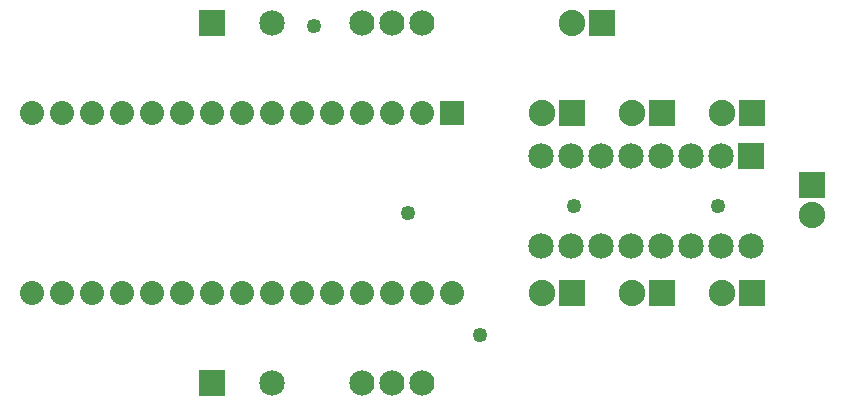
<source format=gbs>
G04 MADE WITH FRITZING*
G04 WWW.FRITZING.ORG*
G04 DOUBLE SIDED*
G04 HOLES PLATED*
G04 CONTOUR ON CENTER OF CONTOUR VECTOR*
%ASAXBY*%
%FSLAX23Y23*%
%MOIN*%
%OFA0B0*%
%SFA1.0B1.0*%
%ADD10C,0.085000*%
%ADD11C,0.080000*%
%ADD12C,0.088000*%
%ADD13C,0.084000*%
%ADD14C,0.049370*%
%ADD15R,0.085000X0.085000*%
%ADD16R,0.080000X0.079972*%
%ADD17R,0.088000X0.088000*%
%LNMASK0*%
G90*
G70*
G54D10*
X2619Y987D03*
X2619Y687D03*
X2519Y987D03*
X2519Y687D03*
X2419Y987D03*
X2419Y687D03*
X2319Y987D03*
X2319Y687D03*
X2219Y987D03*
X2219Y687D03*
X2119Y987D03*
X2119Y687D03*
X2019Y987D03*
X2019Y687D03*
X1919Y987D03*
X1919Y687D03*
G54D11*
X1623Y1132D03*
X1523Y1132D03*
X1423Y1132D03*
X1323Y1132D03*
X1223Y1132D03*
X1123Y1132D03*
X1023Y1132D03*
X923Y1132D03*
X823Y1132D03*
X723Y1132D03*
X623Y1132D03*
X523Y1132D03*
X423Y1132D03*
X323Y1132D03*
X223Y1132D03*
X1623Y532D03*
X1523Y532D03*
X1423Y532D03*
X1323Y532D03*
X1223Y532D03*
X1123Y532D03*
X1023Y532D03*
X923Y532D03*
X823Y532D03*
X723Y532D03*
X623Y532D03*
X523Y532D03*
X423Y532D03*
X323Y532D03*
X223Y532D03*
G54D12*
X2323Y532D03*
X2223Y532D03*
X2023Y532D03*
X1923Y532D03*
X2623Y532D03*
X2523Y532D03*
X2023Y1132D03*
X1923Y1132D03*
X2623Y1132D03*
X2523Y1132D03*
X2323Y1132D03*
X2223Y1132D03*
X2823Y889D03*
X2823Y789D03*
X2123Y1432D03*
X2023Y1432D03*
G54D10*
X823Y1432D03*
X1023Y1432D03*
X823Y232D03*
X1023Y232D03*
G54D13*
X1423Y1432D03*
X1323Y1432D03*
X1523Y1432D03*
X1423Y232D03*
X1523Y232D03*
X1323Y232D03*
G54D14*
X1476Y797D03*
X2028Y821D03*
X1716Y389D03*
X2508Y821D03*
X1164Y1421D03*
G54D15*
X2619Y987D03*
G54D16*
X1623Y1132D03*
G54D17*
X2323Y532D03*
X2023Y532D03*
X2623Y532D03*
X2023Y1132D03*
X2623Y1132D03*
X2323Y1132D03*
X2823Y889D03*
X2123Y1432D03*
G54D15*
X823Y1432D03*
X823Y232D03*
G04 End of Mask0*
M02*
</source>
